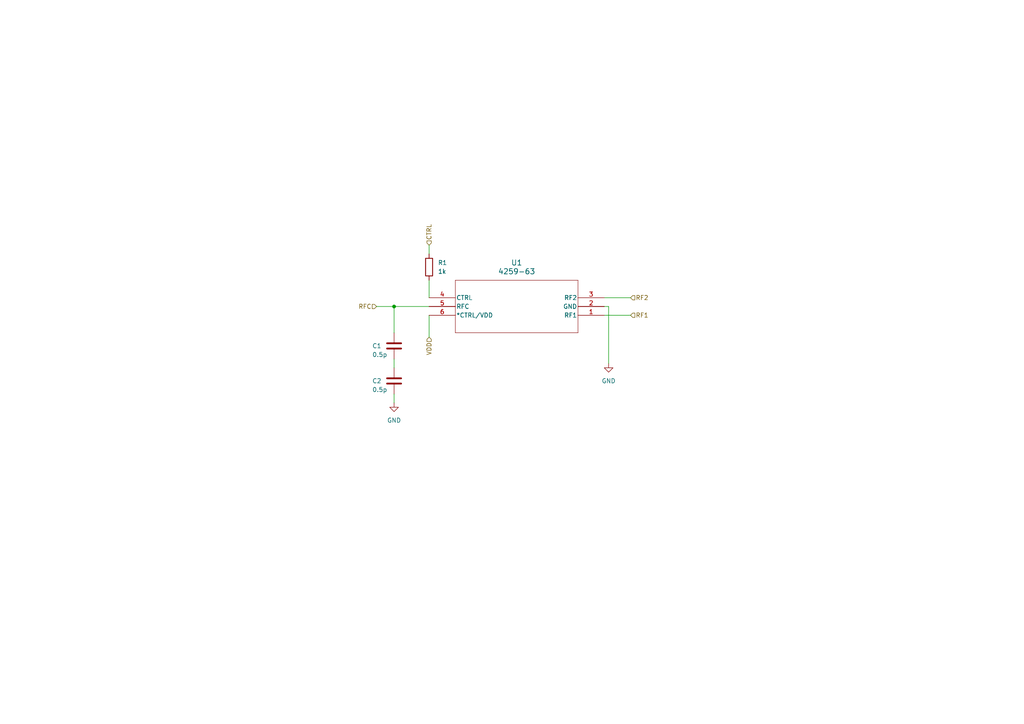
<source format=kicad_sch>
(kicad_sch (version 20230121) (generator eeschema)
  (paper "A4")
  (lib_symbols
    (symbol "Device:C" (pin_numbers hide) (pin_names (offset 0.254))
      (property "Reference" "C" (at 0.635 2.54 0))
      (property "Value" "C" (at 0.635 -2.54 0))
      (symbol "C_0_1"
        (polyline (pts (xy -2.032 -0.762) (xy 2.032 -0.762)) (stroke (width 0.508)))
        (polyline (pts (xy -2.032 0.762) (xy 2.032 0.762)) (stroke (width 0.508)))
      )
      (symbol "C_1_1"
        (pin passive line (at 0 3.81 270) (length 2.794) (name "~") (number "1"))
        (pin passive line (at 0 -3.81 90) (length 2.794) (name "~") (number "2"))
      )
    )
    (symbol "Device:R" (pin_numbers hide) (pin_names (offset 0))
      (property "Reference" "R" (at 2.032 0 90))
      (property "Value" "R" (at 0 0 90))
      (symbol "R_0_1"
        (rectangle (start -1.016 -2.54) (end 1.016 2.54) (stroke (width 0.254)))
      )
      (symbol "R_1_1"
        (pin passive line (at 0 3.81 270) (length 1.27) (name "~") (number "1"))
        (pin passive line (at 0 -3.81 90) (length 1.27) (name "~") (number "2"))
      )
    )
    (symbol "power:GND" (power) (pin_names (offset 0))
      (property "Value" "GND" (at 0 -3.81 0))
      (symbol "GND_0_1"
        (polyline (pts (xy 0 0) (xy 0 -1.27) (xy 1.27 -1.27) (xy 0 -2.54) (xy -1.27 -1.27) (xy 0 -1.27)))
      )
      (symbol "GND_1_1"
        (pin power_in line (at 0 0 270) (length 0) hide (name "GND") (number "1"))
      )
    )
    (symbol "rf_switch:4259-63" (pin_names (offset 0.254))
      (property "Reference" "U" (at 25.4 10.16 0))
      (property "Value" "4259-63" (at 25.4 7.62 0))
      (symbol "4259-63_0_1"
        (polyline (pts (xy 7.62 -10.16) (xy 43.18 -10.16)) (stroke (width 0.127)))
        (polyline (pts (xy 7.62 5.08) (xy 7.62 -10.16)) (stroke (width 0.127)))
        (polyline (pts (xy 43.18 -10.16) (xy 43.18 5.08)) (stroke (width 0.127)))
        (polyline (pts (xy 43.18 5.08) (xy 7.62 5.08)) (stroke (width 0.127)))
        (pin bidirectional line (at 0 0 0) (length 7.62) (name "RF1") (number "1"))
        (pin power_out line (at 0 -2.54 0) (length 7.62) (name "GND") (number "2"))
        (pin bidirectional line (at 0 -5.08 0) (length 7.62) (name "RF2") (number "3"))
        (pin unspecified line (at 50.8 -5.08 180) (length 7.62) (name "CTRL") (number "4"))
        (pin unspecified line (at 50.8 -2.54 180) (length 7.62) (name "RFC") (number "5"))
        (pin power_in line (at 50.8 0 180) (length 7.62) (name "*CTRL/VDD") (number "6"))
      )
    )
  )
  (junction (at 114.3 88.9))
  (wire (pts (xy 175.26 86.36) (xy 182.88 86.36)))
  (wire (pts (xy 124.46 81.28) (xy 124.46 86.36)))
  (wire (pts (xy 114.3 114.3) (xy 114.3 116.84)))
  (wire (pts (xy 176.53 88.9) (xy 175.26 88.9)))
  (wire (pts (xy 124.46 91.44) (xy 124.46 97.79)))
  (wire (pts (xy 114.3 104.14) (xy 114.3 106.68)))
  (wire (pts (xy 176.53 105.41) (xy 176.53 88.9)))
  (wire (pts (xy 114.3 88.9) (xy 124.46 88.9)))
  (wire (pts (xy 124.46 71.12) (xy 124.46 73.66)))
  (wire (pts (xy 109.22 88.9) (xy 114.3 88.9)))
  (wire (pts (xy 175.26 91.44) (xy 182.88 91.44)))
  (wire (pts (xy 114.3 96.52) (xy 114.3 88.9)))
  (hierarchical_label "RF1" (shape input) (at 182.88 91.44 0))
  (hierarchical_label "RF2" (shape input) (at 182.88 86.36 0))
  (hierarchical_label "RFC" (shape input) (at 109.22 88.9 180))
  (hierarchical_label "CTRL" (shape input) (at 124.46 71.12 90))
  (hierarchical_label "VDD" (shape input) (at 124.46 97.79 270))
  (symbol (lib_id "Device:C") (at 114.3 100.33 0) (unit 1)
    (property "Reference" "C1" (at 107.95 100.33 0) (effects (justify left)))
    (property "Value" "0.5p" (at 107.95 102.87 0) (effects (justify left)))
    (property "Footprint" "Capacitor_SMD:C_0805_2012Metric" (effects hide))
    (instances (project "attenuator" (path "" (reference "C1") (unit 1)) (path "" (reference "C3") (unit 1)) (path "" (reference "C5") (unit 1)) (path "" (reference "C9") (unit 1)) (path "" (reference "C7") (unit 1)) (path "" (reference "C13") (unit 1)) (path "" (reference "C11") (unit 1)) (path "" (reference "C15") (unit 1)) (path "" (reference "C17") (unit 1)) (path "" (reference "C19") (unit 1))))
  )
  (symbol (lib_id "rf_switch:4259-63") (at 175.26 91.44 180) (unit 1)
    (property "Reference" "U1" (at 149.86 76.2 0) (effects (font (size 1.524 1.524))))
    (property "Value" "4259-63" (at 149.86 78.74 0) (effects (font (size 1.524 1.524))))
    (property "Footprint" "switch:SC-70-6_PSM" (effects hide))
    (property "Datasheet" "4259-63" (effects hide))
    (instances (project "attenuator" (path "" (reference "U1") (unit 1)) (path "" (reference "U2") (unit 1)) (path "" (reference "U3") (unit 1)) (path "" (reference "U5") (unit 1)) (path "" (reference "U4") (unit 1)) (path "" (reference "U7") (unit 1)) (path "" (reference "U6") (unit 1)) (path "" (reference "U8") (unit 1)) (path "" (reference "U9") (unit 1)) (path "" (reference "U10") (unit 1))))
  )
  (symbol (lib_id "Device:R") (at 124.46 77.47 0) (unit 1)
    (property "Reference" "R1" (at 127 76.2 0) (effects (justify left)))
    (property "Value" "1k" (at 127 78.74 0) (effects (justify left)))
    (property "Footprint" "Resistor_SMD:R_0805_2012Metric_Pad1.20x1.40mm_HandSolder" (effects hide))
    (instances (project "attenuator" (path "" (reference "R1") (unit 1)) (path "" (reference "R2") (unit 1)) (path "" (reference "R3") (unit 1)) (path "" (reference "R5") (unit 1)) (path "" (reference "R4") (unit 1)) (path "" (reference "R7") (unit 1)) (path "" (reference "R6") (unit 1)) (path "" (reference "R8") (unit 1)) (path "" (reference "R9") (unit 1)) (path "" (reference "R10") (unit 1))))
  )
  (symbol (lib_id "power:GND") (at 114.3 116.84 0) (unit 1)
    (property "Reference" "#PWR011" (effects hide))
    (property "Value" "GND" (at 114.3 121.92 0))
    (instances (project "attenuator" (path "" (reference "#PWR011") (unit 1)) (path "" (reference "#PWR013") (unit 1)) (path "" (reference "#PWR015") (unit 1)) (path "" (reference "#PWR019") (unit 1)) (path "" (reference "#PWR017") (unit 1)) (path "" (reference "#PWR023") (unit 1)) (path "" (reference "#PWR021") (unit 1)) (path "" (reference "#PWR025") (unit 1)) (path "" (reference "#PWR027") (unit 1)) (path "" (reference "#PWR029") (unit 1))))
  )
  (symbol (lib_id "power:GND") (at 176.53 105.41 0) (unit 1)
    (property "Reference" "#PWR012" (effects hide))
    (property "Value" "GND" (at 176.53 110.49 0))
    (instances (project "attenuator" (path "" (reference "#PWR012") (unit 1)) (path "" (reference "#PWR014") (unit 1)) (path "" (reference "#PWR016") (unit 1)) (path "" (reference "#PWR020") (unit 1)) (path "" (reference "#PWR018") (unit 1)) (path "" (reference "#PWR024") (unit 1)) (path "" (reference "#PWR022") (unit 1)) (path "" (reference "#PWR026") (unit 1)) (path "" (reference "#PWR028") (unit 1)) (path "" (reference "#PWR030") (unit 1))))
  )
  (symbol (lib_id "Device:C") (at 114.3 110.49 0) (unit 1)
    (property "Reference" "C2" (at 107.95 110.49 0) (effects (justify left)))
    (property "Value" "0.5p" (at 107.95 113.03 0) (effects (justify left)))
    (property "Footprint" "Capacitor_SMD:C_0805_2012Metric" (effects hide))
    (instances (project "attenuator" (path "" (reference "C2") (unit 1)) (path "" (reference "C4") (unit 1)) (path "" (reference "C6") (unit 1)) (path "" (reference "C10") (unit 1)) (path "" (reference "C8") (unit 1)) (path "" (reference "C14") (unit 1)) (path "" (reference "C12") (unit 1)) (path "" (reference "C16") (unit 1)) (path "" (reference "C18") (unit 1)) (path "" (reference "C20") (unit 1))))
  )
)
</source>
